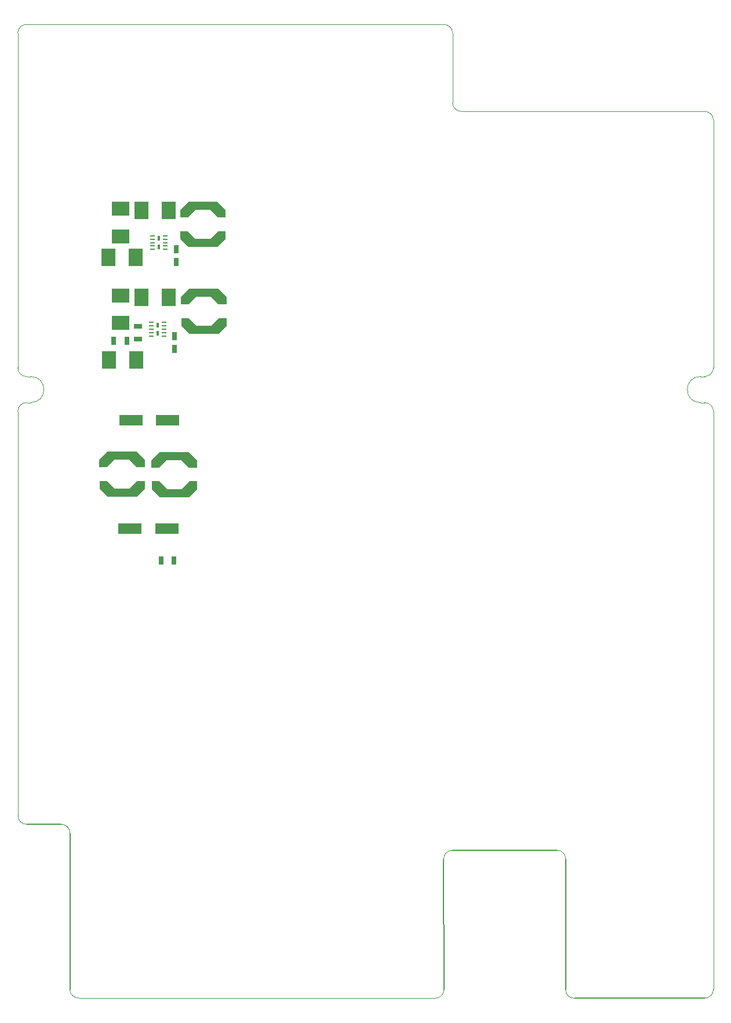
<source format=gtp>
G04 #@! TF.FileFunction,Paste,Top*
%FSLAX46Y46*%
G04 Gerber Fmt 4.6, Leading zero omitted, Abs format (unit mm)*
G04 Created by KiCad (PCBNEW 4.0.7) date Friday, July 27, 2018 'PMt' 02:08:11 PM*
%MOMM*%
%LPD*%
G01*
G04 APERTURE LIST*
%ADD10C,0.020000*%
%ADD11C,0.100000*%
%ADD12C,0.150000*%
%ADD13R,2.500000X2.000000*%
%ADD14R,2.000000X2.500000*%
%ADD15R,0.750000X1.200000*%
%ADD16R,3.500000X1.600000*%
%ADD17R,1.300000X0.700000*%
%ADD18R,0.700000X1.300000*%
%ADD19R,0.700000X0.250000*%
%ADD20R,0.384000X0.720000*%
G04 APERTURE END LIST*
D10*
D11*
X27927300Y-67271900D02*
G75*
G02X29222700Y-68567300I0J-1295400D01*
G01*
X11417300Y-68567300D02*
G75*
G02X12687300Y-67297300I1270000J0D01*
G01*
X-44437300Y-63512700D02*
G75*
G02X-43167300Y-64782700I0J-1270000D01*
G01*
X11442700Y-87642700D02*
G75*
G02X10172700Y-88912700I-1270000J0D01*
G01*
X30467300Y-88912700D02*
G75*
G02X29197300Y-87642700I0J1270000D01*
G01*
D12*
X30480000Y-88900000D02*
X49530000Y-88900000D01*
D11*
X-41922700Y-88887300D02*
G75*
G02X-43192700Y-87617300I0J1270000D01*
G01*
D12*
X-43167300Y-64782700D02*
X-43180000Y-87630000D01*
X-49530000Y-63500000D02*
X-44437300Y-63512700D01*
X29222700Y-68567300D02*
X29210000Y-87630000D01*
X12687300Y-67297300D02*
X27927300Y-67297300D01*
X11430000Y-87630000D02*
X11417300Y-68567300D01*
D11*
X-50800000Y-3175000D02*
G75*
G02X-49530000Y-1905000I1270000J0D01*
G01*
X-49530000Y-1905000D02*
X-48895000Y-1905000D01*
X-48895000Y1905000D02*
G75*
G02X-48895000Y-1905000I0J-1905000D01*
G01*
X-48895000Y1905000D02*
X-49530000Y1905000D01*
X-49530000Y1905000D02*
G75*
G02X-50800000Y3175000I0J1270000D01*
G01*
X-50800000Y52070000D02*
X-50800000Y3175000D01*
X-50800000Y52070000D02*
G75*
G02X-49530000Y53340000I1270000J0D01*
G01*
X11430000Y53340000D02*
X-49530000Y53340000D01*
X11430000Y53340000D02*
G75*
G02X12700000Y52070000I0J-1270000D01*
G01*
X12700000Y52070000D02*
X12700000Y41910000D01*
X13970000Y40640000D02*
G75*
G02X12700000Y41910000I0J1270000D01*
G01*
X13970000Y40640000D02*
X49530000Y40640000D01*
X49530000Y40640000D02*
G75*
G02X50800000Y39370000I0J-1270000D01*
G01*
X50800000Y3175000D02*
X50800000Y39370000D01*
X50800000Y3175000D02*
G75*
G02X49530000Y1905000I-1270000J0D01*
G01*
X48895000Y1905000D02*
X49530000Y1905000D01*
X48895000Y-1905000D02*
G75*
G02X48895000Y1905000I0J1905000D01*
G01*
X49530000Y-1905000D02*
X48895000Y-1905000D01*
X49530000Y-1905000D02*
G75*
G02X50800000Y-3175000I0J-1270000D01*
G01*
X50800000Y-87630000D02*
X50800000Y-3175000D01*
X50800000Y-87630000D02*
G75*
G02X49530000Y-88900000I-1270000J0D01*
G01*
X-41910000Y-88900000D02*
X10160000Y-88900000D01*
X-49517300Y-63512700D02*
G75*
G02X-50787300Y-62242700I0J1270000D01*
G01*
X-50800000Y-3175000D02*
X-50800000Y-62230000D01*
D13*
X-35814000Y22384000D03*
X-35814000Y26384000D03*
D14*
X-33560000Y19304000D03*
X-37560000Y19304000D03*
D15*
X-27686000Y20508000D03*
X-27686000Y18608000D03*
D14*
X-28734000Y26162000D03*
X-32734000Y26162000D03*
D13*
X-35763200Y9709400D03*
X-35763200Y13709400D03*
D14*
X-33509200Y4318000D03*
X-37509200Y4318000D03*
D15*
X-27940000Y7808000D03*
X-27940000Y5908000D03*
D14*
X-28734000Y13462000D03*
X-32734000Y13462000D03*
D16*
X-34450000Y-20320000D03*
X-29050000Y-20320000D03*
X-34290000Y-4445000D03*
X-28890000Y-4445000D03*
D10*
G36*
X-20322000Y9317500D02*
X-21497000Y8142500D01*
X-25747000Y8142500D01*
X-26922000Y9317500D01*
X-20322000Y9317500D01*
X-20322000Y9317500D01*
G37*
G36*
X-20309500Y10442500D02*
X-20309500Y9317500D01*
X-21434500Y9317500D01*
X-21434500Y10442500D01*
X-20309500Y10442500D01*
X-20309500Y10442500D01*
G37*
G36*
X-25809500Y10442500D02*
X-25809500Y9317500D01*
X-26934500Y9317500D01*
X-26934500Y10442500D01*
X-25809500Y10442500D01*
X-25809500Y10442500D01*
G37*
G36*
X-22546500Y9317500D02*
X-21422500Y10442500D01*
X-21421500Y10442500D01*
X-20297500Y9317500D01*
X-22546500Y9317500D01*
X-22546500Y9317500D01*
G37*
G36*
X-26946500Y9317500D02*
X-25822500Y10442500D01*
X-25821500Y10442500D01*
X-24697500Y9317500D01*
X-26946500Y9317500D01*
X-26946500Y9317500D01*
G37*
G36*
X-26938373Y13543101D02*
X-25763373Y14718101D01*
X-21513373Y14718101D01*
X-20338373Y13543101D01*
X-26938373Y13543101D01*
X-26938373Y13543101D01*
G37*
G36*
X-26950873Y12418101D02*
X-26950873Y13543101D01*
X-25825873Y13543101D01*
X-25825873Y12418101D01*
X-26950873Y12418101D01*
X-26950873Y12418101D01*
G37*
G36*
X-24713873Y13543101D02*
X-25837873Y12418101D01*
X-25838873Y12418101D01*
X-26962873Y13543101D01*
X-24713873Y13543101D01*
X-24713873Y13543101D01*
G37*
G36*
X-21450873Y12418101D02*
X-21450873Y13543101D01*
X-20325873Y13543101D01*
X-20325873Y12418101D01*
X-21450873Y12418101D01*
X-21450873Y12418101D01*
G37*
G36*
X-20313873Y13543101D02*
X-21437873Y12418101D01*
X-21438873Y12418101D01*
X-22562873Y13543101D01*
X-20313873Y13543101D01*
X-20313873Y13543101D01*
G37*
G36*
X-32260000Y-14458101D02*
X-33435000Y-15633101D01*
X-37685000Y-15633101D01*
X-38860000Y-14458101D01*
X-32260000Y-14458101D01*
X-32260000Y-14458101D01*
G37*
G36*
X-32247500Y-13333101D02*
X-32247500Y-14458101D01*
X-33372500Y-14458101D01*
X-33372500Y-13333101D01*
X-32247500Y-13333101D01*
X-32247500Y-13333101D01*
G37*
G36*
X-37747500Y-13333101D02*
X-37747500Y-14458101D01*
X-38872500Y-14458101D01*
X-38872500Y-13333101D01*
X-37747500Y-13333101D01*
X-37747500Y-13333101D01*
G37*
G36*
X-34484500Y-14458101D02*
X-33360500Y-13333101D01*
X-33359500Y-13333101D01*
X-32235500Y-14458101D01*
X-34484500Y-14458101D01*
X-34484500Y-14458101D01*
G37*
G36*
X-38884500Y-14458101D02*
X-37760500Y-13333101D01*
X-37759500Y-13333101D01*
X-36635500Y-14458101D01*
X-38884500Y-14458101D01*
X-38884500Y-14458101D01*
G37*
G36*
X-38876373Y-10232500D02*
X-37701373Y-9057500D01*
X-33451373Y-9057500D01*
X-32276373Y-10232500D01*
X-38876373Y-10232500D01*
X-38876373Y-10232500D01*
G37*
G36*
X-38888873Y-11357500D02*
X-38888873Y-10232500D01*
X-37763873Y-10232500D01*
X-37763873Y-11357500D01*
X-38888873Y-11357500D01*
X-38888873Y-11357500D01*
G37*
G36*
X-36651873Y-10232500D02*
X-37775873Y-11357500D01*
X-37776873Y-11357500D01*
X-38900873Y-10232500D01*
X-36651873Y-10232500D01*
X-36651873Y-10232500D01*
G37*
G36*
X-33388873Y-11357500D02*
X-33388873Y-10232500D01*
X-32263873Y-10232500D01*
X-32263873Y-11357500D01*
X-33388873Y-11357500D01*
X-33388873Y-11357500D01*
G37*
G36*
X-32251873Y-10232500D02*
X-33375873Y-11357500D01*
X-33376873Y-11357500D01*
X-34500873Y-10232500D01*
X-32251873Y-10232500D01*
X-32251873Y-10232500D01*
G37*
G36*
X-24640000Y-14532500D02*
X-25815000Y-15707500D01*
X-30065000Y-15707500D01*
X-31240000Y-14532500D01*
X-24640000Y-14532500D01*
X-24640000Y-14532500D01*
G37*
G36*
X-24627500Y-13407500D02*
X-24627500Y-14532500D01*
X-25752500Y-14532500D01*
X-25752500Y-13407500D01*
X-24627500Y-13407500D01*
X-24627500Y-13407500D01*
G37*
G36*
X-30127500Y-13407500D02*
X-30127500Y-14532500D01*
X-31252500Y-14532500D01*
X-31252500Y-13407500D01*
X-30127500Y-13407500D01*
X-30127500Y-13407500D01*
G37*
G36*
X-26864500Y-14532500D02*
X-25740500Y-13407500D01*
X-25739500Y-13407500D01*
X-24615500Y-14532500D01*
X-26864500Y-14532500D01*
X-26864500Y-14532500D01*
G37*
G36*
X-31264500Y-14532500D02*
X-30140500Y-13407500D01*
X-30139500Y-13407500D01*
X-29015500Y-14532500D01*
X-31264500Y-14532500D01*
X-31264500Y-14532500D01*
G37*
G36*
X-31256373Y-10306899D02*
X-30081373Y-9131899D01*
X-25831373Y-9131899D01*
X-24656373Y-10306899D01*
X-31256373Y-10306899D01*
X-31256373Y-10306899D01*
G37*
G36*
X-31268873Y-11431899D02*
X-31268873Y-10306899D01*
X-30143873Y-10306899D01*
X-30143873Y-11431899D01*
X-31268873Y-11431899D01*
X-31268873Y-11431899D01*
G37*
G36*
X-29031873Y-10306899D02*
X-30155873Y-11431899D01*
X-30156873Y-11431899D01*
X-31280873Y-10306899D01*
X-29031873Y-10306899D01*
X-29031873Y-10306899D01*
G37*
G36*
X-25768873Y-11431899D02*
X-25768873Y-10306899D01*
X-24643873Y-10306899D01*
X-24643873Y-11431899D01*
X-25768873Y-11431899D01*
X-25768873Y-11431899D01*
G37*
G36*
X-24631873Y-10306899D02*
X-25755873Y-11431899D01*
X-25756873Y-11431899D01*
X-26880873Y-10306899D01*
X-24631873Y-10306899D01*
X-24631873Y-10306899D01*
G37*
G36*
X-20449000Y22017500D02*
X-21624000Y20842500D01*
X-25874000Y20842500D01*
X-27049000Y22017500D01*
X-20449000Y22017500D01*
X-20449000Y22017500D01*
G37*
G36*
X-20436500Y23142500D02*
X-20436500Y22017500D01*
X-21561500Y22017500D01*
X-21561500Y23142500D01*
X-20436500Y23142500D01*
X-20436500Y23142500D01*
G37*
G36*
X-25936500Y23142500D02*
X-25936500Y22017500D01*
X-27061500Y22017500D01*
X-27061500Y23142500D01*
X-25936500Y23142500D01*
X-25936500Y23142500D01*
G37*
G36*
X-22673500Y22017500D02*
X-21549500Y23142500D01*
X-21548500Y23142500D01*
X-20424500Y22017500D01*
X-22673500Y22017500D01*
X-22673500Y22017500D01*
G37*
G36*
X-27073500Y22017500D02*
X-25949500Y23142500D01*
X-25948500Y23142500D01*
X-24824500Y22017500D01*
X-27073500Y22017500D01*
X-27073500Y22017500D01*
G37*
G36*
X-27065373Y26243101D02*
X-25890373Y27418101D01*
X-21640373Y27418101D01*
X-20465373Y26243101D01*
X-27065373Y26243101D01*
X-27065373Y26243101D01*
G37*
G36*
X-27077873Y25118101D02*
X-27077873Y26243101D01*
X-25952873Y26243101D01*
X-25952873Y25118101D01*
X-27077873Y25118101D01*
X-27077873Y25118101D01*
G37*
G36*
X-24840873Y26243101D02*
X-25964873Y25118101D01*
X-25965873Y25118101D01*
X-27089873Y26243101D01*
X-24840873Y26243101D01*
X-24840873Y26243101D01*
G37*
G36*
X-21577873Y25118101D02*
X-21577873Y26243101D01*
X-20452873Y26243101D01*
X-20452873Y25118101D01*
X-21577873Y25118101D01*
X-21577873Y25118101D01*
G37*
G36*
X-20440873Y26243101D02*
X-21564873Y25118101D01*
X-21565873Y25118101D01*
X-22689873Y26243101D01*
X-20440873Y26243101D01*
X-20440873Y26243101D01*
G37*
D17*
X-33274000Y7366000D03*
X-33274000Y9266000D03*
D18*
X-36764000Y7112000D03*
X-34864000Y7112000D03*
X-29855200Y-24968200D03*
X-27955200Y-24968200D03*
D19*
X-31151000Y22463000D03*
X-31151000Y21963000D03*
X-31151000Y21463000D03*
X-31151000Y20963000D03*
X-31151000Y20463000D03*
X-29301000Y20463000D03*
X-29301000Y20963000D03*
X-29301000Y21463000D03*
X-29301000Y21963000D03*
X-29301000Y22463000D03*
D20*
X-30226000Y20863000D03*
X-30226000Y22063000D03*
D19*
X-31314000Y9798000D03*
X-31314000Y9298000D03*
X-31314000Y8798000D03*
X-31314000Y8298000D03*
X-31314000Y7798000D03*
X-29464000Y7798000D03*
X-29464000Y8298000D03*
X-29464000Y8798000D03*
X-29464000Y9298000D03*
X-29464000Y9798000D03*
D20*
X-30389000Y8198000D03*
X-30389000Y9398000D03*
M02*

</source>
